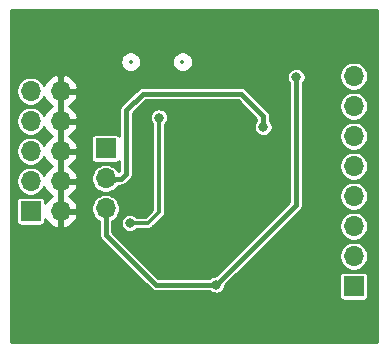
<source format=gbr>
G04 #@! TF.GenerationSoftware,KiCad,Pcbnew,5.1.5-52549c5~84~ubuntu18.04.1*
G04 #@! TF.CreationDate,2019-12-05T10:19:33+01:00*
G04 #@! TF.ProjectId,ch340-breakout,63683334-302d-4627-9265-616b6f75742e,rev?*
G04 #@! TF.SameCoordinates,Original*
G04 #@! TF.FileFunction,Copper,L2,Bot*
G04 #@! TF.FilePolarity,Positive*
%FSLAX46Y46*%
G04 Gerber Fmt 4.6, Leading zero omitted, Abs format (unit mm)*
G04 Created by KiCad (PCBNEW 5.1.5-52549c5~84~ubuntu18.04.1) date 2019-12-05 10:19:33*
%MOMM*%
%LPD*%
G04 APERTURE LIST*
%ADD10O,1.700000X1.700000*%
%ADD11R,1.700000X1.700000*%
%ADD12C,0.800000*%
%ADD13C,0.400000*%
%ADD14C,0.300000*%
%ADD15C,0.254000*%
%ADD16C,0.350000*%
G04 APERTURE END LIST*
D10*
X145288000Y-65709800D03*
X142748000Y-65709800D03*
X145288000Y-68249800D03*
X142748000Y-68249800D03*
X145288000Y-70789800D03*
X142748000Y-70789800D03*
X145288000Y-73329800D03*
X142748000Y-73329800D03*
X145288000Y-75869800D03*
D11*
X142748000Y-75869800D03*
D10*
X149098000Y-75641200D03*
X149098000Y-73101200D03*
D11*
X149098000Y-70561200D03*
D10*
X170103800Y-64439800D03*
X170103800Y-66979800D03*
X170103800Y-69519800D03*
X170103800Y-72059800D03*
X170103800Y-74599800D03*
X170103800Y-77139800D03*
X170103800Y-79679800D03*
D11*
X170103800Y-82219800D03*
D12*
X151181380Y-75760109D03*
X152374600Y-68859400D03*
X158470600Y-82092800D03*
X165252400Y-64516000D03*
X153606590Y-67953168D03*
X151155398Y-76885800D03*
X162458400Y-68732402D03*
D13*
X158470600Y-82092800D02*
X153339800Y-82092800D01*
X153339800Y-82092800D02*
X149098000Y-77851000D01*
X149098000Y-77851000D02*
X149098000Y-75107800D01*
X165252400Y-65081685D02*
X165252400Y-64516000D01*
X165252400Y-75311000D02*
X165252400Y-65081685D01*
X158470600Y-82092800D02*
X165252400Y-75311000D01*
D14*
X153606590Y-68518853D02*
X153606590Y-67953168D01*
X151155398Y-76885800D02*
X152679400Y-76885800D01*
X153606590Y-75958610D02*
X153606590Y-68518853D01*
X152679400Y-76885800D02*
X153606590Y-75958610D01*
D13*
X149936200Y-73126600D02*
X150368000Y-73126600D01*
X149796500Y-73266300D02*
X149936200Y-73126600D01*
X150825200Y-72694800D02*
X150825200Y-67335400D01*
X150393400Y-73126600D02*
X150825200Y-72694800D01*
X162458400Y-67792600D02*
X162458400Y-68021200D01*
X150825200Y-67335400D02*
X152247600Y-65913000D01*
X162458400Y-68021200D02*
X162458400Y-68732402D01*
X160578800Y-65913000D02*
X162458400Y-67792600D01*
X152247600Y-65913000D02*
X160578800Y-65913000D01*
D15*
G36*
X172094001Y-86960600D02*
G01*
X141074000Y-86960600D01*
X141074000Y-75019800D01*
X141515157Y-75019800D01*
X141515157Y-76719800D01*
X141522513Y-76794489D01*
X141544299Y-76866308D01*
X141579678Y-76932496D01*
X141627289Y-76990511D01*
X141685304Y-77038122D01*
X141751492Y-77073501D01*
X141823311Y-77095287D01*
X141898000Y-77102643D01*
X143598000Y-77102643D01*
X143672689Y-77095287D01*
X143744508Y-77073501D01*
X143810696Y-77038122D01*
X143868711Y-76990511D01*
X143916322Y-76932496D01*
X143951701Y-76866308D01*
X143973487Y-76794489D01*
X143980843Y-76719800D01*
X143980843Y-76562155D01*
X144016359Y-76636720D01*
X144190412Y-76870069D01*
X144406645Y-77064978D01*
X144656748Y-77213957D01*
X144931109Y-77311281D01*
X145161000Y-77190614D01*
X145161000Y-75996800D01*
X145415000Y-75996800D01*
X145415000Y-77190614D01*
X145644891Y-77311281D01*
X145919252Y-77213957D01*
X146169355Y-77064978D01*
X146385588Y-76870069D01*
X146559641Y-76636720D01*
X146684825Y-76373899D01*
X146729476Y-76226690D01*
X146608155Y-75996800D01*
X145415000Y-75996800D01*
X145161000Y-75996800D01*
X145141000Y-75996800D01*
X145141000Y-75742800D01*
X145161000Y-75742800D01*
X145161000Y-73456800D01*
X145415000Y-73456800D01*
X145415000Y-75742800D01*
X146608155Y-75742800D01*
X146725757Y-75519957D01*
X147867000Y-75519957D01*
X147867000Y-75762443D01*
X147914307Y-76000269D01*
X148007102Y-76224297D01*
X148141820Y-76425917D01*
X148313283Y-76597380D01*
X148514903Y-76732098D01*
X148517000Y-76732967D01*
X148517000Y-77822460D01*
X148514189Y-77851000D01*
X148517000Y-77879539D01*
X148525407Y-77964895D01*
X148558629Y-78074414D01*
X148612579Y-78175347D01*
X148685183Y-78263817D01*
X148707360Y-78282017D01*
X152908787Y-82483445D01*
X152926983Y-82505617D01*
X153015452Y-82578221D01*
X153116385Y-82632171D01*
X153225904Y-82665393D01*
X153339799Y-82676611D01*
X153368339Y-82673800D01*
X157947099Y-82673800D01*
X157972741Y-82699442D01*
X158100658Y-82784913D01*
X158242791Y-82843787D01*
X158393678Y-82873800D01*
X158547522Y-82873800D01*
X158698409Y-82843787D01*
X158840542Y-82784913D01*
X158968459Y-82699442D01*
X159077242Y-82590659D01*
X159162713Y-82462742D01*
X159221587Y-82320609D01*
X159251600Y-82169722D01*
X159251600Y-82133457D01*
X160015257Y-81369800D01*
X168870957Y-81369800D01*
X168870957Y-83069800D01*
X168878313Y-83144489D01*
X168900099Y-83216308D01*
X168935478Y-83282496D01*
X168983089Y-83340511D01*
X169041104Y-83388122D01*
X169107292Y-83423501D01*
X169179111Y-83445287D01*
X169253800Y-83452643D01*
X170953800Y-83452643D01*
X171028489Y-83445287D01*
X171100308Y-83423501D01*
X171166496Y-83388122D01*
X171224511Y-83340511D01*
X171272122Y-83282496D01*
X171307501Y-83216308D01*
X171329287Y-83144489D01*
X171336643Y-83069800D01*
X171336643Y-81369800D01*
X171329287Y-81295111D01*
X171307501Y-81223292D01*
X171272122Y-81157104D01*
X171224511Y-81099089D01*
X171166496Y-81051478D01*
X171100308Y-81016099D01*
X171028489Y-80994313D01*
X170953800Y-80986957D01*
X169253800Y-80986957D01*
X169179111Y-80994313D01*
X169107292Y-81016099D01*
X169041104Y-81051478D01*
X168983089Y-81099089D01*
X168935478Y-81157104D01*
X168900099Y-81223292D01*
X168878313Y-81295111D01*
X168870957Y-81369800D01*
X160015257Y-81369800D01*
X161826500Y-79558557D01*
X168872800Y-79558557D01*
X168872800Y-79801043D01*
X168920107Y-80038869D01*
X169012902Y-80262897D01*
X169147620Y-80464517D01*
X169319083Y-80635980D01*
X169520703Y-80770698D01*
X169744731Y-80863493D01*
X169982557Y-80910800D01*
X170225043Y-80910800D01*
X170462869Y-80863493D01*
X170686897Y-80770698D01*
X170888517Y-80635980D01*
X171059980Y-80464517D01*
X171194698Y-80262897D01*
X171287493Y-80038869D01*
X171334800Y-79801043D01*
X171334800Y-79558557D01*
X171287493Y-79320731D01*
X171194698Y-79096703D01*
X171059980Y-78895083D01*
X170888517Y-78723620D01*
X170686897Y-78588902D01*
X170462869Y-78496107D01*
X170225043Y-78448800D01*
X169982557Y-78448800D01*
X169744731Y-78496107D01*
X169520703Y-78588902D01*
X169319083Y-78723620D01*
X169147620Y-78895083D01*
X169012902Y-79096703D01*
X168920107Y-79320731D01*
X168872800Y-79558557D01*
X161826500Y-79558557D01*
X164366500Y-77018557D01*
X168872800Y-77018557D01*
X168872800Y-77261043D01*
X168920107Y-77498869D01*
X169012902Y-77722897D01*
X169147620Y-77924517D01*
X169319083Y-78095980D01*
X169520703Y-78230698D01*
X169744731Y-78323493D01*
X169982557Y-78370800D01*
X170225043Y-78370800D01*
X170462869Y-78323493D01*
X170686897Y-78230698D01*
X170888517Y-78095980D01*
X171059980Y-77924517D01*
X171194698Y-77722897D01*
X171287493Y-77498869D01*
X171334800Y-77261043D01*
X171334800Y-77018557D01*
X171287493Y-76780731D01*
X171194698Y-76556703D01*
X171059980Y-76355083D01*
X170888517Y-76183620D01*
X170686897Y-76048902D01*
X170462869Y-75956107D01*
X170225043Y-75908800D01*
X169982557Y-75908800D01*
X169744731Y-75956107D01*
X169520703Y-76048902D01*
X169319083Y-76183620D01*
X169147620Y-76355083D01*
X169012902Y-76556703D01*
X168920107Y-76780731D01*
X168872800Y-77018557D01*
X164366500Y-77018557D01*
X165643046Y-75742011D01*
X165665217Y-75723817D01*
X165737821Y-75635348D01*
X165791771Y-75534415D01*
X165824993Y-75424896D01*
X165833400Y-75339540D01*
X165833400Y-75339539D01*
X165836211Y-75311000D01*
X165833400Y-75282460D01*
X165833400Y-74478557D01*
X168872800Y-74478557D01*
X168872800Y-74721043D01*
X168920107Y-74958869D01*
X169012902Y-75182897D01*
X169147620Y-75384517D01*
X169319083Y-75555980D01*
X169520703Y-75690698D01*
X169744731Y-75783493D01*
X169982557Y-75830800D01*
X170225043Y-75830800D01*
X170462869Y-75783493D01*
X170686897Y-75690698D01*
X170888517Y-75555980D01*
X171059980Y-75384517D01*
X171194698Y-75182897D01*
X171287493Y-74958869D01*
X171334800Y-74721043D01*
X171334800Y-74478557D01*
X171287493Y-74240731D01*
X171194698Y-74016703D01*
X171059980Y-73815083D01*
X170888517Y-73643620D01*
X170686897Y-73508902D01*
X170462869Y-73416107D01*
X170225043Y-73368800D01*
X169982557Y-73368800D01*
X169744731Y-73416107D01*
X169520703Y-73508902D01*
X169319083Y-73643620D01*
X169147620Y-73815083D01*
X169012902Y-74016703D01*
X168920107Y-74240731D01*
X168872800Y-74478557D01*
X165833400Y-74478557D01*
X165833400Y-71938557D01*
X168872800Y-71938557D01*
X168872800Y-72181043D01*
X168920107Y-72418869D01*
X169012902Y-72642897D01*
X169147620Y-72844517D01*
X169319083Y-73015980D01*
X169520703Y-73150698D01*
X169744731Y-73243493D01*
X169982557Y-73290800D01*
X170225043Y-73290800D01*
X170462869Y-73243493D01*
X170686897Y-73150698D01*
X170888517Y-73015980D01*
X171059980Y-72844517D01*
X171194698Y-72642897D01*
X171287493Y-72418869D01*
X171334800Y-72181043D01*
X171334800Y-71938557D01*
X171287493Y-71700731D01*
X171194698Y-71476703D01*
X171059980Y-71275083D01*
X170888517Y-71103620D01*
X170686897Y-70968902D01*
X170462869Y-70876107D01*
X170225043Y-70828800D01*
X169982557Y-70828800D01*
X169744731Y-70876107D01*
X169520703Y-70968902D01*
X169319083Y-71103620D01*
X169147620Y-71275083D01*
X169012902Y-71476703D01*
X168920107Y-71700731D01*
X168872800Y-71938557D01*
X165833400Y-71938557D01*
X165833400Y-69398557D01*
X168872800Y-69398557D01*
X168872800Y-69641043D01*
X168920107Y-69878869D01*
X169012902Y-70102897D01*
X169147620Y-70304517D01*
X169319083Y-70475980D01*
X169520703Y-70610698D01*
X169744731Y-70703493D01*
X169982557Y-70750800D01*
X170225043Y-70750800D01*
X170462869Y-70703493D01*
X170686897Y-70610698D01*
X170888517Y-70475980D01*
X171059980Y-70304517D01*
X171194698Y-70102897D01*
X171287493Y-69878869D01*
X171334800Y-69641043D01*
X171334800Y-69398557D01*
X171287493Y-69160731D01*
X171194698Y-68936703D01*
X171059980Y-68735083D01*
X170888517Y-68563620D01*
X170686897Y-68428902D01*
X170462869Y-68336107D01*
X170225043Y-68288800D01*
X169982557Y-68288800D01*
X169744731Y-68336107D01*
X169520703Y-68428902D01*
X169319083Y-68563620D01*
X169147620Y-68735083D01*
X169012902Y-68936703D01*
X168920107Y-69160731D01*
X168872800Y-69398557D01*
X165833400Y-69398557D01*
X165833400Y-66858557D01*
X168872800Y-66858557D01*
X168872800Y-67101043D01*
X168920107Y-67338869D01*
X169012902Y-67562897D01*
X169147620Y-67764517D01*
X169319083Y-67935980D01*
X169520703Y-68070698D01*
X169744731Y-68163493D01*
X169982557Y-68210800D01*
X170225043Y-68210800D01*
X170462869Y-68163493D01*
X170686897Y-68070698D01*
X170888517Y-67935980D01*
X171059980Y-67764517D01*
X171194698Y-67562897D01*
X171287493Y-67338869D01*
X171334800Y-67101043D01*
X171334800Y-66858557D01*
X171287493Y-66620731D01*
X171194698Y-66396703D01*
X171059980Y-66195083D01*
X170888517Y-66023620D01*
X170686897Y-65888902D01*
X170462869Y-65796107D01*
X170225043Y-65748800D01*
X169982557Y-65748800D01*
X169744731Y-65796107D01*
X169520703Y-65888902D01*
X169319083Y-66023620D01*
X169147620Y-66195083D01*
X169012902Y-66396703D01*
X168920107Y-66620731D01*
X168872800Y-66858557D01*
X165833400Y-66858557D01*
X165833400Y-65039501D01*
X165859042Y-65013859D01*
X165944513Y-64885942D01*
X166003387Y-64743809D01*
X166033400Y-64592922D01*
X166033400Y-64439078D01*
X166009428Y-64318557D01*
X168872800Y-64318557D01*
X168872800Y-64561043D01*
X168920107Y-64798869D01*
X169012902Y-65022897D01*
X169147620Y-65224517D01*
X169319083Y-65395980D01*
X169520703Y-65530698D01*
X169744731Y-65623493D01*
X169982557Y-65670800D01*
X170225043Y-65670800D01*
X170462869Y-65623493D01*
X170686897Y-65530698D01*
X170888517Y-65395980D01*
X171059980Y-65224517D01*
X171194698Y-65022897D01*
X171287493Y-64798869D01*
X171334800Y-64561043D01*
X171334800Y-64318557D01*
X171287493Y-64080731D01*
X171194698Y-63856703D01*
X171059980Y-63655083D01*
X170888517Y-63483620D01*
X170686897Y-63348902D01*
X170462869Y-63256107D01*
X170225043Y-63208800D01*
X169982557Y-63208800D01*
X169744731Y-63256107D01*
X169520703Y-63348902D01*
X169319083Y-63483620D01*
X169147620Y-63655083D01*
X169012902Y-63856703D01*
X168920107Y-64080731D01*
X168872800Y-64318557D01*
X166009428Y-64318557D01*
X166003387Y-64288191D01*
X165944513Y-64146058D01*
X165859042Y-64018141D01*
X165750259Y-63909358D01*
X165622342Y-63823887D01*
X165480209Y-63765013D01*
X165329322Y-63735000D01*
X165175478Y-63735000D01*
X165024591Y-63765013D01*
X164882458Y-63823887D01*
X164754541Y-63909358D01*
X164645758Y-64018141D01*
X164560287Y-64146058D01*
X164501413Y-64288191D01*
X164471400Y-64439078D01*
X164471400Y-64592922D01*
X164501413Y-64743809D01*
X164560287Y-64885942D01*
X164645758Y-65013859D01*
X164671400Y-65039501D01*
X164671400Y-65110224D01*
X164671401Y-65110234D01*
X164671400Y-75070342D01*
X158429943Y-81311800D01*
X158393678Y-81311800D01*
X158242791Y-81341813D01*
X158100658Y-81400687D01*
X157972741Y-81486158D01*
X157947099Y-81511800D01*
X153580458Y-81511800D01*
X149679000Y-77610343D01*
X149679000Y-76808878D01*
X150374398Y-76808878D01*
X150374398Y-76962722D01*
X150404411Y-77113609D01*
X150463285Y-77255742D01*
X150548756Y-77383659D01*
X150657539Y-77492442D01*
X150785456Y-77577913D01*
X150927589Y-77636787D01*
X151078476Y-77666800D01*
X151232320Y-77666800D01*
X151383207Y-77636787D01*
X151525340Y-77577913D01*
X151653257Y-77492442D01*
X151728899Y-77416800D01*
X152653326Y-77416800D01*
X152679400Y-77419368D01*
X152705474Y-77416800D01*
X152705484Y-77416800D01*
X152783494Y-77409117D01*
X152883588Y-77378753D01*
X152975835Y-77329446D01*
X153056690Y-77263090D01*
X153073321Y-77242825D01*
X153963625Y-76352523D01*
X153983880Y-76335900D01*
X154000502Y-76315646D01*
X154000508Y-76315640D01*
X154050236Y-76255046D01*
X154099543Y-76162798D01*
X154108032Y-76134813D01*
X154129907Y-76062704D01*
X154137590Y-75984694D01*
X154137590Y-75984684D01*
X154140158Y-75958610D01*
X154137590Y-75932536D01*
X154137590Y-68526669D01*
X154213232Y-68451027D01*
X154298703Y-68323110D01*
X154357577Y-68180977D01*
X154387590Y-68030090D01*
X154387590Y-67876246D01*
X154357577Y-67725359D01*
X154298703Y-67583226D01*
X154213232Y-67455309D01*
X154104449Y-67346526D01*
X153976532Y-67261055D01*
X153834399Y-67202181D01*
X153683512Y-67172168D01*
X153529668Y-67172168D01*
X153378781Y-67202181D01*
X153236648Y-67261055D01*
X153108731Y-67346526D01*
X152999948Y-67455309D01*
X152914477Y-67583226D01*
X152855603Y-67725359D01*
X152825590Y-67876246D01*
X152825590Y-68030090D01*
X152855603Y-68180977D01*
X152914477Y-68323110D01*
X152999948Y-68451027D01*
X153075590Y-68526669D01*
X153075590Y-68544936D01*
X153075591Y-68544946D01*
X153075590Y-75738662D01*
X152459454Y-76354800D01*
X151728899Y-76354800D01*
X151653257Y-76279158D01*
X151525340Y-76193687D01*
X151383207Y-76134813D01*
X151232320Y-76104800D01*
X151078476Y-76104800D01*
X150927589Y-76134813D01*
X150785456Y-76193687D01*
X150657539Y-76279158D01*
X150548756Y-76387941D01*
X150463285Y-76515858D01*
X150404411Y-76657991D01*
X150374398Y-76808878D01*
X149679000Y-76808878D01*
X149679000Y-76732967D01*
X149681097Y-76732098D01*
X149882717Y-76597380D01*
X150054180Y-76425917D01*
X150188898Y-76224297D01*
X150281693Y-76000269D01*
X150329000Y-75762443D01*
X150329000Y-75519957D01*
X150281693Y-75282131D01*
X150188898Y-75058103D01*
X150054180Y-74856483D01*
X149882717Y-74685020D01*
X149681097Y-74550302D01*
X149457069Y-74457507D01*
X149219243Y-74410200D01*
X148976757Y-74410200D01*
X148738931Y-74457507D01*
X148514903Y-74550302D01*
X148313283Y-74685020D01*
X148141820Y-74856483D01*
X148007102Y-75058103D01*
X147914307Y-75282131D01*
X147867000Y-75519957D01*
X146725757Y-75519957D01*
X146729476Y-75512910D01*
X146684825Y-75365701D01*
X146559641Y-75102880D01*
X146385588Y-74869531D01*
X146169355Y-74674622D01*
X146043745Y-74599800D01*
X146169355Y-74524978D01*
X146385588Y-74330069D01*
X146559641Y-74096720D01*
X146684825Y-73833899D01*
X146729476Y-73686690D01*
X146608155Y-73456800D01*
X145415000Y-73456800D01*
X145161000Y-73456800D01*
X145141000Y-73456800D01*
X145141000Y-73202800D01*
X145161000Y-73202800D01*
X145161000Y-70916800D01*
X145415000Y-70916800D01*
X145415000Y-73202800D01*
X146608155Y-73202800D01*
X146729476Y-72972910D01*
X146684825Y-72825701D01*
X146559641Y-72562880D01*
X146385588Y-72329531D01*
X146169355Y-72134622D01*
X146043745Y-72059800D01*
X146169355Y-71984978D01*
X146385588Y-71790069D01*
X146559641Y-71556720D01*
X146684825Y-71293899D01*
X146729476Y-71146690D01*
X146608155Y-70916800D01*
X145415000Y-70916800D01*
X145161000Y-70916800D01*
X145141000Y-70916800D01*
X145141000Y-70662800D01*
X145161000Y-70662800D01*
X145161000Y-68376800D01*
X145415000Y-68376800D01*
X145415000Y-70662800D01*
X146608155Y-70662800D01*
X146729476Y-70432910D01*
X146684825Y-70285701D01*
X146559641Y-70022880D01*
X146385588Y-69789531D01*
X146298688Y-69711200D01*
X147865157Y-69711200D01*
X147865157Y-71411200D01*
X147872513Y-71485889D01*
X147894299Y-71557708D01*
X147929678Y-71623896D01*
X147977289Y-71681911D01*
X148035304Y-71729522D01*
X148101492Y-71764901D01*
X148173311Y-71786687D01*
X148248000Y-71794043D01*
X149948000Y-71794043D01*
X150022689Y-71786687D01*
X150094508Y-71764901D01*
X150160696Y-71729522D01*
X150218711Y-71681911D01*
X150244200Y-71650852D01*
X150244200Y-72454142D01*
X150185430Y-72512913D01*
X150054180Y-72316483D01*
X149882717Y-72145020D01*
X149681097Y-72010302D01*
X149457069Y-71917507D01*
X149219243Y-71870200D01*
X148976757Y-71870200D01*
X148738931Y-71917507D01*
X148514903Y-72010302D01*
X148313283Y-72145020D01*
X148141820Y-72316483D01*
X148007102Y-72518103D01*
X147914307Y-72742131D01*
X147867000Y-72979957D01*
X147867000Y-73222443D01*
X147914307Y-73460269D01*
X148007102Y-73684297D01*
X148141820Y-73885917D01*
X148313283Y-74057380D01*
X148514903Y-74192098D01*
X148738931Y-74284893D01*
X148976757Y-74332200D01*
X149219243Y-74332200D01*
X149457069Y-74284893D01*
X149681097Y-74192098D01*
X149882717Y-74057380D01*
X150054180Y-73885917D01*
X150171772Y-73709928D01*
X150174608Y-73707600D01*
X150364860Y-73707600D01*
X150393400Y-73710411D01*
X150507295Y-73699193D01*
X150616814Y-73665971D01*
X150717747Y-73612021D01*
X150784048Y-73557609D01*
X151215846Y-73125812D01*
X151238017Y-73107617D01*
X151310621Y-73019148D01*
X151364571Y-72918215D01*
X151397793Y-72808696D01*
X151406200Y-72723340D01*
X151406200Y-72723338D01*
X151409011Y-72694801D01*
X151406200Y-72666264D01*
X151406200Y-67576057D01*
X152488258Y-66494000D01*
X160338143Y-66494000D01*
X161877400Y-68033259D01*
X161877400Y-68208901D01*
X161851758Y-68234543D01*
X161766287Y-68362460D01*
X161707413Y-68504593D01*
X161677400Y-68655480D01*
X161677400Y-68809324D01*
X161707413Y-68960211D01*
X161766287Y-69102344D01*
X161851758Y-69230261D01*
X161960541Y-69339044D01*
X162088458Y-69424515D01*
X162230591Y-69483389D01*
X162381478Y-69513402D01*
X162535322Y-69513402D01*
X162686209Y-69483389D01*
X162828342Y-69424515D01*
X162956259Y-69339044D01*
X163065042Y-69230261D01*
X163150513Y-69102344D01*
X163209387Y-68960211D01*
X163239400Y-68809324D01*
X163239400Y-68655480D01*
X163209387Y-68504593D01*
X163150513Y-68362460D01*
X163065042Y-68234543D01*
X163039400Y-68208901D01*
X163039400Y-67821140D01*
X163042211Y-67792600D01*
X163030993Y-67678704D01*
X162997771Y-67569185D01*
X162943821Y-67468252D01*
X162889410Y-67401951D01*
X162889408Y-67401949D01*
X162871217Y-67379783D01*
X162849052Y-67361593D01*
X161009817Y-65522360D01*
X160991617Y-65500183D01*
X160903148Y-65427579D01*
X160802215Y-65373629D01*
X160692696Y-65340407D01*
X160607340Y-65332000D01*
X160578800Y-65329189D01*
X160550260Y-65332000D01*
X152276136Y-65332000D01*
X152247599Y-65329189D01*
X152219062Y-65332000D01*
X152219060Y-65332000D01*
X152133704Y-65340407D01*
X152024185Y-65373629D01*
X151923252Y-65427579D01*
X151834783Y-65500183D01*
X151816587Y-65522355D01*
X150434555Y-66904388D01*
X150412384Y-66922583D01*
X150394191Y-66944752D01*
X150339779Y-67011053D01*
X150285829Y-67111986D01*
X150252607Y-67221505D01*
X150241389Y-67335400D01*
X150244201Y-67363950D01*
X150244201Y-69471549D01*
X150218711Y-69440489D01*
X150160696Y-69392878D01*
X150094508Y-69357499D01*
X150022689Y-69335713D01*
X149948000Y-69328357D01*
X148248000Y-69328357D01*
X148173311Y-69335713D01*
X148101492Y-69357499D01*
X148035304Y-69392878D01*
X147977289Y-69440489D01*
X147929678Y-69498504D01*
X147894299Y-69564692D01*
X147872513Y-69636511D01*
X147865157Y-69711200D01*
X146298688Y-69711200D01*
X146169355Y-69594622D01*
X146043745Y-69519800D01*
X146169355Y-69444978D01*
X146385588Y-69250069D01*
X146559641Y-69016720D01*
X146684825Y-68753899D01*
X146729476Y-68606690D01*
X146608155Y-68376800D01*
X145415000Y-68376800D01*
X145161000Y-68376800D01*
X145141000Y-68376800D01*
X145141000Y-68122800D01*
X145161000Y-68122800D01*
X145161000Y-65836800D01*
X145415000Y-65836800D01*
X145415000Y-68122800D01*
X146608155Y-68122800D01*
X146729476Y-67892910D01*
X146684825Y-67745701D01*
X146559641Y-67482880D01*
X146385588Y-67249531D01*
X146169355Y-67054622D01*
X146043745Y-66979800D01*
X146169355Y-66904978D01*
X146385588Y-66710069D01*
X146559641Y-66476720D01*
X146684825Y-66213899D01*
X146729476Y-66066690D01*
X146608155Y-65836800D01*
X145415000Y-65836800D01*
X145161000Y-65836800D01*
X145141000Y-65836800D01*
X145141000Y-65582800D01*
X145161000Y-65582800D01*
X145161000Y-64388986D01*
X145415000Y-64388986D01*
X145415000Y-65582800D01*
X146608155Y-65582800D01*
X146729476Y-65352910D01*
X146684825Y-65205701D01*
X146559641Y-64942880D01*
X146385588Y-64709531D01*
X146169355Y-64514622D01*
X145919252Y-64365643D01*
X145644891Y-64268319D01*
X145415000Y-64388986D01*
X145161000Y-64388986D01*
X144931109Y-64268319D01*
X144656748Y-64365643D01*
X144406645Y-64514622D01*
X144190412Y-64709531D01*
X144016359Y-64942880D01*
X143891175Y-65205701D01*
X143882909Y-65232954D01*
X143838898Y-65126703D01*
X143704180Y-64925083D01*
X143532717Y-64753620D01*
X143331097Y-64618902D01*
X143107069Y-64526107D01*
X142869243Y-64478800D01*
X142626757Y-64478800D01*
X142388931Y-64526107D01*
X142164903Y-64618902D01*
X141963283Y-64753620D01*
X141791820Y-64925083D01*
X141657102Y-65126703D01*
X141564307Y-65350731D01*
X141517000Y-65588557D01*
X141517000Y-65831043D01*
X141564307Y-66068869D01*
X141657102Y-66292897D01*
X141791820Y-66494517D01*
X141963283Y-66665980D01*
X142164903Y-66800698D01*
X142388931Y-66893493D01*
X142626757Y-66940800D01*
X142869243Y-66940800D01*
X143107069Y-66893493D01*
X143331097Y-66800698D01*
X143532717Y-66665980D01*
X143704180Y-66494517D01*
X143838898Y-66292897D01*
X143882909Y-66186646D01*
X143891175Y-66213899D01*
X144016359Y-66476720D01*
X144190412Y-66710069D01*
X144406645Y-66904978D01*
X144532255Y-66979800D01*
X144406645Y-67054622D01*
X144190412Y-67249531D01*
X144016359Y-67482880D01*
X143891175Y-67745701D01*
X143882909Y-67772954D01*
X143838898Y-67666703D01*
X143704180Y-67465083D01*
X143532717Y-67293620D01*
X143331097Y-67158902D01*
X143107069Y-67066107D01*
X142869243Y-67018800D01*
X142626757Y-67018800D01*
X142388931Y-67066107D01*
X142164903Y-67158902D01*
X141963283Y-67293620D01*
X141791820Y-67465083D01*
X141657102Y-67666703D01*
X141564307Y-67890731D01*
X141517000Y-68128557D01*
X141517000Y-68371043D01*
X141564307Y-68608869D01*
X141657102Y-68832897D01*
X141791820Y-69034517D01*
X141963283Y-69205980D01*
X142164903Y-69340698D01*
X142388931Y-69433493D01*
X142626757Y-69480800D01*
X142869243Y-69480800D01*
X143107069Y-69433493D01*
X143331097Y-69340698D01*
X143532717Y-69205980D01*
X143704180Y-69034517D01*
X143838898Y-68832897D01*
X143882909Y-68726646D01*
X143891175Y-68753899D01*
X144016359Y-69016720D01*
X144190412Y-69250069D01*
X144406645Y-69444978D01*
X144532255Y-69519800D01*
X144406645Y-69594622D01*
X144190412Y-69789531D01*
X144016359Y-70022880D01*
X143891175Y-70285701D01*
X143882909Y-70312954D01*
X143838898Y-70206703D01*
X143704180Y-70005083D01*
X143532717Y-69833620D01*
X143331097Y-69698902D01*
X143107069Y-69606107D01*
X142869243Y-69558800D01*
X142626757Y-69558800D01*
X142388931Y-69606107D01*
X142164903Y-69698902D01*
X141963283Y-69833620D01*
X141791820Y-70005083D01*
X141657102Y-70206703D01*
X141564307Y-70430731D01*
X141517000Y-70668557D01*
X141517000Y-70911043D01*
X141564307Y-71148869D01*
X141657102Y-71372897D01*
X141791820Y-71574517D01*
X141963283Y-71745980D01*
X142164903Y-71880698D01*
X142388931Y-71973493D01*
X142626757Y-72020800D01*
X142869243Y-72020800D01*
X143107069Y-71973493D01*
X143331097Y-71880698D01*
X143532717Y-71745980D01*
X143704180Y-71574517D01*
X143838898Y-71372897D01*
X143882909Y-71266646D01*
X143891175Y-71293899D01*
X144016359Y-71556720D01*
X144190412Y-71790069D01*
X144406645Y-71984978D01*
X144532255Y-72059800D01*
X144406645Y-72134622D01*
X144190412Y-72329531D01*
X144016359Y-72562880D01*
X143891175Y-72825701D01*
X143882909Y-72852954D01*
X143838898Y-72746703D01*
X143704180Y-72545083D01*
X143532717Y-72373620D01*
X143331097Y-72238902D01*
X143107069Y-72146107D01*
X142869243Y-72098800D01*
X142626757Y-72098800D01*
X142388931Y-72146107D01*
X142164903Y-72238902D01*
X141963283Y-72373620D01*
X141791820Y-72545083D01*
X141657102Y-72746703D01*
X141564307Y-72970731D01*
X141517000Y-73208557D01*
X141517000Y-73451043D01*
X141564307Y-73688869D01*
X141657102Y-73912897D01*
X141791820Y-74114517D01*
X141963283Y-74285980D01*
X142164903Y-74420698D01*
X142388931Y-74513493D01*
X142626757Y-74560800D01*
X142869243Y-74560800D01*
X143107069Y-74513493D01*
X143331097Y-74420698D01*
X143532717Y-74285980D01*
X143704180Y-74114517D01*
X143838898Y-73912897D01*
X143882909Y-73806646D01*
X143891175Y-73833899D01*
X144016359Y-74096720D01*
X144190412Y-74330069D01*
X144406645Y-74524978D01*
X144532255Y-74599800D01*
X144406645Y-74674622D01*
X144190412Y-74869531D01*
X144016359Y-75102880D01*
X143980843Y-75177445D01*
X143980843Y-75019800D01*
X143973487Y-74945111D01*
X143951701Y-74873292D01*
X143916322Y-74807104D01*
X143868711Y-74749089D01*
X143810696Y-74701478D01*
X143744508Y-74666099D01*
X143672689Y-74644313D01*
X143598000Y-74636957D01*
X141898000Y-74636957D01*
X141823311Y-74644313D01*
X141751492Y-74666099D01*
X141685304Y-74701478D01*
X141627289Y-74749089D01*
X141579678Y-74807104D01*
X141544299Y-74873292D01*
X141522513Y-74945111D01*
X141515157Y-75019800D01*
X141074000Y-75019800D01*
X141074000Y-63133829D01*
X150335000Y-63133829D01*
X150335000Y-63307371D01*
X150368856Y-63477578D01*
X150435268Y-63637910D01*
X150531682Y-63782205D01*
X150654395Y-63904918D01*
X150798690Y-64001332D01*
X150959022Y-64067744D01*
X151129229Y-64101600D01*
X151302771Y-64101600D01*
X151472978Y-64067744D01*
X151633310Y-64001332D01*
X151777605Y-63904918D01*
X151900318Y-63782205D01*
X151996732Y-63637910D01*
X152063144Y-63477578D01*
X152097000Y-63307371D01*
X152097000Y-63133829D01*
X154735000Y-63133829D01*
X154735000Y-63307371D01*
X154768856Y-63477578D01*
X154835268Y-63637910D01*
X154931682Y-63782205D01*
X155054395Y-63904918D01*
X155198690Y-64001332D01*
X155359022Y-64067744D01*
X155529229Y-64101600D01*
X155702771Y-64101600D01*
X155872978Y-64067744D01*
X156033310Y-64001332D01*
X156177605Y-63904918D01*
X156300318Y-63782205D01*
X156396732Y-63637910D01*
X156463144Y-63477578D01*
X156497000Y-63307371D01*
X156497000Y-63133829D01*
X156463144Y-62963622D01*
X156396732Y-62803290D01*
X156300318Y-62658995D01*
X156177605Y-62536282D01*
X156033310Y-62439868D01*
X155872978Y-62373456D01*
X155702771Y-62339600D01*
X155529229Y-62339600D01*
X155359022Y-62373456D01*
X155198690Y-62439868D01*
X155054395Y-62536282D01*
X154931682Y-62658995D01*
X154835268Y-62803290D01*
X154768856Y-62963622D01*
X154735000Y-63133829D01*
X152097000Y-63133829D01*
X152063144Y-62963622D01*
X151996732Y-62803290D01*
X151900318Y-62658995D01*
X151777605Y-62536282D01*
X151633310Y-62439868D01*
X151472978Y-62373456D01*
X151302771Y-62339600D01*
X151129229Y-62339600D01*
X150959022Y-62373456D01*
X150798690Y-62439868D01*
X150654395Y-62536282D01*
X150531682Y-62658995D01*
X150435268Y-62803290D01*
X150368856Y-62963622D01*
X150335000Y-63133829D01*
X141074000Y-63133829D01*
X141074000Y-58826000D01*
X172094000Y-58826000D01*
X172094001Y-86960600D01*
G37*
X172094001Y-86960600D02*
X141074000Y-86960600D01*
X141074000Y-75019800D01*
X141515157Y-75019800D01*
X141515157Y-76719800D01*
X141522513Y-76794489D01*
X141544299Y-76866308D01*
X141579678Y-76932496D01*
X141627289Y-76990511D01*
X141685304Y-77038122D01*
X141751492Y-77073501D01*
X141823311Y-77095287D01*
X141898000Y-77102643D01*
X143598000Y-77102643D01*
X143672689Y-77095287D01*
X143744508Y-77073501D01*
X143810696Y-77038122D01*
X143868711Y-76990511D01*
X143916322Y-76932496D01*
X143951701Y-76866308D01*
X143973487Y-76794489D01*
X143980843Y-76719800D01*
X143980843Y-76562155D01*
X144016359Y-76636720D01*
X144190412Y-76870069D01*
X144406645Y-77064978D01*
X144656748Y-77213957D01*
X144931109Y-77311281D01*
X145161000Y-77190614D01*
X145161000Y-75996800D01*
X145415000Y-75996800D01*
X145415000Y-77190614D01*
X145644891Y-77311281D01*
X145919252Y-77213957D01*
X146169355Y-77064978D01*
X146385588Y-76870069D01*
X146559641Y-76636720D01*
X146684825Y-76373899D01*
X146729476Y-76226690D01*
X146608155Y-75996800D01*
X145415000Y-75996800D01*
X145161000Y-75996800D01*
X145141000Y-75996800D01*
X145141000Y-75742800D01*
X145161000Y-75742800D01*
X145161000Y-73456800D01*
X145415000Y-73456800D01*
X145415000Y-75742800D01*
X146608155Y-75742800D01*
X146725757Y-75519957D01*
X147867000Y-75519957D01*
X147867000Y-75762443D01*
X147914307Y-76000269D01*
X148007102Y-76224297D01*
X148141820Y-76425917D01*
X148313283Y-76597380D01*
X148514903Y-76732098D01*
X148517000Y-76732967D01*
X148517000Y-77822460D01*
X148514189Y-77851000D01*
X148517000Y-77879539D01*
X148525407Y-77964895D01*
X148558629Y-78074414D01*
X148612579Y-78175347D01*
X148685183Y-78263817D01*
X148707360Y-78282017D01*
X152908787Y-82483445D01*
X152926983Y-82505617D01*
X153015452Y-82578221D01*
X153116385Y-82632171D01*
X153225904Y-82665393D01*
X153339799Y-82676611D01*
X153368339Y-82673800D01*
X157947099Y-82673800D01*
X157972741Y-82699442D01*
X158100658Y-82784913D01*
X158242791Y-82843787D01*
X158393678Y-82873800D01*
X158547522Y-82873800D01*
X158698409Y-82843787D01*
X158840542Y-82784913D01*
X158968459Y-82699442D01*
X159077242Y-82590659D01*
X159162713Y-82462742D01*
X159221587Y-82320609D01*
X159251600Y-82169722D01*
X159251600Y-82133457D01*
X160015257Y-81369800D01*
X168870957Y-81369800D01*
X168870957Y-83069800D01*
X168878313Y-83144489D01*
X168900099Y-83216308D01*
X168935478Y-83282496D01*
X168983089Y-83340511D01*
X169041104Y-83388122D01*
X169107292Y-83423501D01*
X169179111Y-83445287D01*
X169253800Y-83452643D01*
X170953800Y-83452643D01*
X171028489Y-83445287D01*
X171100308Y-83423501D01*
X171166496Y-83388122D01*
X171224511Y-83340511D01*
X171272122Y-83282496D01*
X171307501Y-83216308D01*
X171329287Y-83144489D01*
X171336643Y-83069800D01*
X171336643Y-81369800D01*
X171329287Y-81295111D01*
X171307501Y-81223292D01*
X171272122Y-81157104D01*
X171224511Y-81099089D01*
X171166496Y-81051478D01*
X171100308Y-81016099D01*
X171028489Y-80994313D01*
X170953800Y-80986957D01*
X169253800Y-80986957D01*
X169179111Y-80994313D01*
X169107292Y-81016099D01*
X169041104Y-81051478D01*
X168983089Y-81099089D01*
X168935478Y-81157104D01*
X168900099Y-81223292D01*
X168878313Y-81295111D01*
X168870957Y-81369800D01*
X160015257Y-81369800D01*
X161826500Y-79558557D01*
X168872800Y-79558557D01*
X168872800Y-79801043D01*
X168920107Y-80038869D01*
X169012902Y-80262897D01*
X169147620Y-80464517D01*
X169319083Y-80635980D01*
X169520703Y-80770698D01*
X169744731Y-80863493D01*
X169982557Y-80910800D01*
X170225043Y-80910800D01*
X170462869Y-80863493D01*
X170686897Y-80770698D01*
X170888517Y-80635980D01*
X171059980Y-80464517D01*
X171194698Y-80262897D01*
X171287493Y-80038869D01*
X171334800Y-79801043D01*
X171334800Y-79558557D01*
X171287493Y-79320731D01*
X171194698Y-79096703D01*
X171059980Y-78895083D01*
X170888517Y-78723620D01*
X170686897Y-78588902D01*
X170462869Y-78496107D01*
X170225043Y-78448800D01*
X169982557Y-78448800D01*
X169744731Y-78496107D01*
X169520703Y-78588902D01*
X169319083Y-78723620D01*
X169147620Y-78895083D01*
X169012902Y-79096703D01*
X168920107Y-79320731D01*
X168872800Y-79558557D01*
X161826500Y-79558557D01*
X164366500Y-77018557D01*
X168872800Y-77018557D01*
X168872800Y-77261043D01*
X168920107Y-77498869D01*
X169012902Y-77722897D01*
X169147620Y-77924517D01*
X169319083Y-78095980D01*
X169520703Y-78230698D01*
X169744731Y-78323493D01*
X169982557Y-78370800D01*
X170225043Y-78370800D01*
X170462869Y-78323493D01*
X170686897Y-78230698D01*
X170888517Y-78095980D01*
X171059980Y-77924517D01*
X171194698Y-77722897D01*
X171287493Y-77498869D01*
X171334800Y-77261043D01*
X171334800Y-77018557D01*
X171287493Y-76780731D01*
X171194698Y-76556703D01*
X171059980Y-76355083D01*
X170888517Y-76183620D01*
X170686897Y-76048902D01*
X170462869Y-75956107D01*
X170225043Y-75908800D01*
X169982557Y-75908800D01*
X169744731Y-75956107D01*
X169520703Y-76048902D01*
X169319083Y-76183620D01*
X169147620Y-76355083D01*
X169012902Y-76556703D01*
X168920107Y-76780731D01*
X168872800Y-77018557D01*
X164366500Y-77018557D01*
X165643046Y-75742011D01*
X165665217Y-75723817D01*
X165737821Y-75635348D01*
X165791771Y-75534415D01*
X165824993Y-75424896D01*
X165833400Y-75339540D01*
X165833400Y-75339539D01*
X165836211Y-75311000D01*
X165833400Y-75282460D01*
X165833400Y-74478557D01*
X168872800Y-74478557D01*
X168872800Y-74721043D01*
X168920107Y-74958869D01*
X169012902Y-75182897D01*
X169147620Y-75384517D01*
X169319083Y-75555980D01*
X169520703Y-75690698D01*
X169744731Y-75783493D01*
X169982557Y-75830800D01*
X170225043Y-75830800D01*
X170462869Y-75783493D01*
X170686897Y-75690698D01*
X170888517Y-75555980D01*
X171059980Y-75384517D01*
X171194698Y-75182897D01*
X171287493Y-74958869D01*
X171334800Y-74721043D01*
X171334800Y-74478557D01*
X171287493Y-74240731D01*
X171194698Y-74016703D01*
X171059980Y-73815083D01*
X170888517Y-73643620D01*
X170686897Y-73508902D01*
X170462869Y-73416107D01*
X170225043Y-73368800D01*
X169982557Y-73368800D01*
X169744731Y-73416107D01*
X169520703Y-73508902D01*
X169319083Y-73643620D01*
X169147620Y-73815083D01*
X169012902Y-74016703D01*
X168920107Y-74240731D01*
X168872800Y-74478557D01*
X165833400Y-74478557D01*
X165833400Y-71938557D01*
X168872800Y-71938557D01*
X168872800Y-72181043D01*
X168920107Y-72418869D01*
X169012902Y-72642897D01*
X169147620Y-72844517D01*
X169319083Y-73015980D01*
X169520703Y-73150698D01*
X169744731Y-73243493D01*
X169982557Y-73290800D01*
X170225043Y-73290800D01*
X170462869Y-73243493D01*
X170686897Y-73150698D01*
X170888517Y-73015980D01*
X171059980Y-72844517D01*
X171194698Y-72642897D01*
X171287493Y-72418869D01*
X171334800Y-72181043D01*
X171334800Y-71938557D01*
X171287493Y-71700731D01*
X171194698Y-71476703D01*
X171059980Y-71275083D01*
X170888517Y-71103620D01*
X170686897Y-70968902D01*
X170462869Y-70876107D01*
X170225043Y-70828800D01*
X169982557Y-70828800D01*
X169744731Y-70876107D01*
X169520703Y-70968902D01*
X169319083Y-71103620D01*
X169147620Y-71275083D01*
X169012902Y-71476703D01*
X168920107Y-71700731D01*
X168872800Y-71938557D01*
X165833400Y-71938557D01*
X165833400Y-69398557D01*
X168872800Y-69398557D01*
X168872800Y-69641043D01*
X168920107Y-69878869D01*
X169012902Y-70102897D01*
X169147620Y-70304517D01*
X169319083Y-70475980D01*
X169520703Y-70610698D01*
X169744731Y-70703493D01*
X169982557Y-70750800D01*
X170225043Y-70750800D01*
X170462869Y-70703493D01*
X170686897Y-70610698D01*
X170888517Y-70475980D01*
X171059980Y-70304517D01*
X171194698Y-70102897D01*
X171287493Y-69878869D01*
X171334800Y-69641043D01*
X171334800Y-69398557D01*
X171287493Y-69160731D01*
X171194698Y-68936703D01*
X171059980Y-68735083D01*
X170888517Y-68563620D01*
X170686897Y-68428902D01*
X170462869Y-68336107D01*
X170225043Y-68288800D01*
X169982557Y-68288800D01*
X169744731Y-68336107D01*
X169520703Y-68428902D01*
X169319083Y-68563620D01*
X169147620Y-68735083D01*
X169012902Y-68936703D01*
X168920107Y-69160731D01*
X168872800Y-69398557D01*
X165833400Y-69398557D01*
X165833400Y-66858557D01*
X168872800Y-66858557D01*
X168872800Y-67101043D01*
X168920107Y-67338869D01*
X169012902Y-67562897D01*
X169147620Y-67764517D01*
X169319083Y-67935980D01*
X169520703Y-68070698D01*
X169744731Y-68163493D01*
X169982557Y-68210800D01*
X170225043Y-68210800D01*
X170462869Y-68163493D01*
X170686897Y-68070698D01*
X170888517Y-67935980D01*
X171059980Y-67764517D01*
X171194698Y-67562897D01*
X171287493Y-67338869D01*
X171334800Y-67101043D01*
X171334800Y-66858557D01*
X171287493Y-66620731D01*
X171194698Y-66396703D01*
X171059980Y-66195083D01*
X170888517Y-66023620D01*
X170686897Y-65888902D01*
X170462869Y-65796107D01*
X170225043Y-65748800D01*
X169982557Y-65748800D01*
X169744731Y-65796107D01*
X169520703Y-65888902D01*
X169319083Y-66023620D01*
X169147620Y-66195083D01*
X169012902Y-66396703D01*
X168920107Y-66620731D01*
X168872800Y-66858557D01*
X165833400Y-66858557D01*
X165833400Y-65039501D01*
X165859042Y-65013859D01*
X165944513Y-64885942D01*
X166003387Y-64743809D01*
X166033400Y-64592922D01*
X166033400Y-64439078D01*
X166009428Y-64318557D01*
X168872800Y-64318557D01*
X168872800Y-64561043D01*
X168920107Y-64798869D01*
X169012902Y-65022897D01*
X169147620Y-65224517D01*
X169319083Y-65395980D01*
X169520703Y-65530698D01*
X169744731Y-65623493D01*
X169982557Y-65670800D01*
X170225043Y-65670800D01*
X170462869Y-65623493D01*
X170686897Y-65530698D01*
X170888517Y-65395980D01*
X171059980Y-65224517D01*
X171194698Y-65022897D01*
X171287493Y-64798869D01*
X171334800Y-64561043D01*
X171334800Y-64318557D01*
X171287493Y-64080731D01*
X171194698Y-63856703D01*
X171059980Y-63655083D01*
X170888517Y-63483620D01*
X170686897Y-63348902D01*
X170462869Y-63256107D01*
X170225043Y-63208800D01*
X169982557Y-63208800D01*
X169744731Y-63256107D01*
X169520703Y-63348902D01*
X169319083Y-63483620D01*
X169147620Y-63655083D01*
X169012902Y-63856703D01*
X168920107Y-64080731D01*
X168872800Y-64318557D01*
X166009428Y-64318557D01*
X166003387Y-64288191D01*
X165944513Y-64146058D01*
X165859042Y-64018141D01*
X165750259Y-63909358D01*
X165622342Y-63823887D01*
X165480209Y-63765013D01*
X165329322Y-63735000D01*
X165175478Y-63735000D01*
X165024591Y-63765013D01*
X164882458Y-63823887D01*
X164754541Y-63909358D01*
X164645758Y-64018141D01*
X164560287Y-64146058D01*
X164501413Y-64288191D01*
X164471400Y-64439078D01*
X164471400Y-64592922D01*
X164501413Y-64743809D01*
X164560287Y-64885942D01*
X164645758Y-65013859D01*
X164671400Y-65039501D01*
X164671400Y-65110224D01*
X164671401Y-65110234D01*
X164671400Y-75070342D01*
X158429943Y-81311800D01*
X158393678Y-81311800D01*
X158242791Y-81341813D01*
X158100658Y-81400687D01*
X157972741Y-81486158D01*
X157947099Y-81511800D01*
X153580458Y-81511800D01*
X149679000Y-77610343D01*
X149679000Y-76808878D01*
X150374398Y-76808878D01*
X150374398Y-76962722D01*
X150404411Y-77113609D01*
X150463285Y-77255742D01*
X150548756Y-77383659D01*
X150657539Y-77492442D01*
X150785456Y-77577913D01*
X150927589Y-77636787D01*
X151078476Y-77666800D01*
X151232320Y-77666800D01*
X151383207Y-77636787D01*
X151525340Y-77577913D01*
X151653257Y-77492442D01*
X151728899Y-77416800D01*
X152653326Y-77416800D01*
X152679400Y-77419368D01*
X152705474Y-77416800D01*
X152705484Y-77416800D01*
X152783494Y-77409117D01*
X152883588Y-77378753D01*
X152975835Y-77329446D01*
X153056690Y-77263090D01*
X153073321Y-77242825D01*
X153963625Y-76352523D01*
X153983880Y-76335900D01*
X154000502Y-76315646D01*
X154000508Y-76315640D01*
X154050236Y-76255046D01*
X154099543Y-76162798D01*
X154108032Y-76134813D01*
X154129907Y-76062704D01*
X154137590Y-75984694D01*
X154137590Y-75984684D01*
X154140158Y-75958610D01*
X154137590Y-75932536D01*
X154137590Y-68526669D01*
X154213232Y-68451027D01*
X154298703Y-68323110D01*
X154357577Y-68180977D01*
X154387590Y-68030090D01*
X154387590Y-67876246D01*
X154357577Y-67725359D01*
X154298703Y-67583226D01*
X154213232Y-67455309D01*
X154104449Y-67346526D01*
X153976532Y-67261055D01*
X153834399Y-67202181D01*
X153683512Y-67172168D01*
X153529668Y-67172168D01*
X153378781Y-67202181D01*
X153236648Y-67261055D01*
X153108731Y-67346526D01*
X152999948Y-67455309D01*
X152914477Y-67583226D01*
X152855603Y-67725359D01*
X152825590Y-67876246D01*
X152825590Y-68030090D01*
X152855603Y-68180977D01*
X152914477Y-68323110D01*
X152999948Y-68451027D01*
X153075590Y-68526669D01*
X153075590Y-68544936D01*
X153075591Y-68544946D01*
X153075590Y-75738662D01*
X152459454Y-76354800D01*
X151728899Y-76354800D01*
X151653257Y-76279158D01*
X151525340Y-76193687D01*
X151383207Y-76134813D01*
X151232320Y-76104800D01*
X151078476Y-76104800D01*
X150927589Y-76134813D01*
X150785456Y-76193687D01*
X150657539Y-76279158D01*
X150548756Y-76387941D01*
X150463285Y-76515858D01*
X150404411Y-76657991D01*
X150374398Y-76808878D01*
X149679000Y-76808878D01*
X149679000Y-76732967D01*
X149681097Y-76732098D01*
X149882717Y-76597380D01*
X150054180Y-76425917D01*
X150188898Y-76224297D01*
X150281693Y-76000269D01*
X150329000Y-75762443D01*
X150329000Y-75519957D01*
X150281693Y-75282131D01*
X150188898Y-75058103D01*
X150054180Y-74856483D01*
X149882717Y-74685020D01*
X149681097Y-74550302D01*
X149457069Y-74457507D01*
X149219243Y-74410200D01*
X148976757Y-74410200D01*
X148738931Y-74457507D01*
X148514903Y-74550302D01*
X148313283Y-74685020D01*
X148141820Y-74856483D01*
X148007102Y-75058103D01*
X147914307Y-75282131D01*
X147867000Y-75519957D01*
X146725757Y-75519957D01*
X146729476Y-75512910D01*
X146684825Y-75365701D01*
X146559641Y-75102880D01*
X146385588Y-74869531D01*
X146169355Y-74674622D01*
X146043745Y-74599800D01*
X146169355Y-74524978D01*
X146385588Y-74330069D01*
X146559641Y-74096720D01*
X146684825Y-73833899D01*
X146729476Y-73686690D01*
X146608155Y-73456800D01*
X145415000Y-73456800D01*
X145161000Y-73456800D01*
X145141000Y-73456800D01*
X145141000Y-73202800D01*
X145161000Y-73202800D01*
X145161000Y-70916800D01*
X145415000Y-70916800D01*
X145415000Y-73202800D01*
X146608155Y-73202800D01*
X146729476Y-72972910D01*
X146684825Y-72825701D01*
X146559641Y-72562880D01*
X146385588Y-72329531D01*
X146169355Y-72134622D01*
X146043745Y-72059800D01*
X146169355Y-71984978D01*
X146385588Y-71790069D01*
X146559641Y-71556720D01*
X146684825Y-71293899D01*
X146729476Y-71146690D01*
X146608155Y-70916800D01*
X145415000Y-70916800D01*
X145161000Y-70916800D01*
X145141000Y-70916800D01*
X145141000Y-70662800D01*
X145161000Y-70662800D01*
X145161000Y-68376800D01*
X145415000Y-68376800D01*
X145415000Y-70662800D01*
X146608155Y-70662800D01*
X146729476Y-70432910D01*
X146684825Y-70285701D01*
X146559641Y-70022880D01*
X146385588Y-69789531D01*
X146298688Y-69711200D01*
X147865157Y-69711200D01*
X147865157Y-71411200D01*
X147872513Y-71485889D01*
X147894299Y-71557708D01*
X147929678Y-71623896D01*
X147977289Y-71681911D01*
X148035304Y-71729522D01*
X148101492Y-71764901D01*
X148173311Y-71786687D01*
X148248000Y-71794043D01*
X149948000Y-71794043D01*
X150022689Y-71786687D01*
X150094508Y-71764901D01*
X150160696Y-71729522D01*
X150218711Y-71681911D01*
X150244200Y-71650852D01*
X150244200Y-72454142D01*
X150185430Y-72512913D01*
X150054180Y-72316483D01*
X149882717Y-72145020D01*
X149681097Y-72010302D01*
X149457069Y-71917507D01*
X149219243Y-71870200D01*
X148976757Y-71870200D01*
X148738931Y-71917507D01*
X148514903Y-72010302D01*
X148313283Y-72145020D01*
X148141820Y-72316483D01*
X148007102Y-72518103D01*
X147914307Y-72742131D01*
X147867000Y-72979957D01*
X147867000Y-73222443D01*
X147914307Y-73460269D01*
X148007102Y-73684297D01*
X148141820Y-73885917D01*
X148313283Y-74057380D01*
X148514903Y-74192098D01*
X148738931Y-74284893D01*
X148976757Y-74332200D01*
X149219243Y-74332200D01*
X149457069Y-74284893D01*
X149681097Y-74192098D01*
X149882717Y-74057380D01*
X150054180Y-73885917D01*
X150171772Y-73709928D01*
X150174608Y-73707600D01*
X150364860Y-73707600D01*
X150393400Y-73710411D01*
X150507295Y-73699193D01*
X150616814Y-73665971D01*
X150717747Y-73612021D01*
X150784048Y-73557609D01*
X151215846Y-73125812D01*
X151238017Y-73107617D01*
X151310621Y-73019148D01*
X151364571Y-72918215D01*
X151397793Y-72808696D01*
X151406200Y-72723340D01*
X151406200Y-72723338D01*
X151409011Y-72694801D01*
X151406200Y-72666264D01*
X151406200Y-67576057D01*
X152488258Y-66494000D01*
X160338143Y-66494000D01*
X161877400Y-68033259D01*
X161877400Y-68208901D01*
X161851758Y-68234543D01*
X161766287Y-68362460D01*
X161707413Y-68504593D01*
X161677400Y-68655480D01*
X161677400Y-68809324D01*
X161707413Y-68960211D01*
X161766287Y-69102344D01*
X161851758Y-69230261D01*
X161960541Y-69339044D01*
X162088458Y-69424515D01*
X162230591Y-69483389D01*
X162381478Y-69513402D01*
X162535322Y-69513402D01*
X162686209Y-69483389D01*
X162828342Y-69424515D01*
X162956259Y-69339044D01*
X163065042Y-69230261D01*
X163150513Y-69102344D01*
X163209387Y-68960211D01*
X163239400Y-68809324D01*
X163239400Y-68655480D01*
X163209387Y-68504593D01*
X163150513Y-68362460D01*
X163065042Y-68234543D01*
X163039400Y-68208901D01*
X163039400Y-67821140D01*
X163042211Y-67792600D01*
X163030993Y-67678704D01*
X162997771Y-67569185D01*
X162943821Y-67468252D01*
X162889410Y-67401951D01*
X162889408Y-67401949D01*
X162871217Y-67379783D01*
X162849052Y-67361593D01*
X161009817Y-65522360D01*
X160991617Y-65500183D01*
X160903148Y-65427579D01*
X160802215Y-65373629D01*
X160692696Y-65340407D01*
X160607340Y-65332000D01*
X160578800Y-65329189D01*
X160550260Y-65332000D01*
X152276136Y-65332000D01*
X152247599Y-65329189D01*
X152219062Y-65332000D01*
X152219060Y-65332000D01*
X152133704Y-65340407D01*
X152024185Y-65373629D01*
X151923252Y-65427579D01*
X151834783Y-65500183D01*
X151816587Y-65522355D01*
X150434555Y-66904388D01*
X150412384Y-66922583D01*
X150394191Y-66944752D01*
X150339779Y-67011053D01*
X150285829Y-67111986D01*
X150252607Y-67221505D01*
X150241389Y-67335400D01*
X150244201Y-67363950D01*
X150244201Y-69471549D01*
X150218711Y-69440489D01*
X150160696Y-69392878D01*
X150094508Y-69357499D01*
X150022689Y-69335713D01*
X149948000Y-69328357D01*
X148248000Y-69328357D01*
X148173311Y-69335713D01*
X148101492Y-69357499D01*
X148035304Y-69392878D01*
X147977289Y-69440489D01*
X147929678Y-69498504D01*
X147894299Y-69564692D01*
X147872513Y-69636511D01*
X147865157Y-69711200D01*
X146298688Y-69711200D01*
X146169355Y-69594622D01*
X146043745Y-69519800D01*
X146169355Y-69444978D01*
X146385588Y-69250069D01*
X146559641Y-69016720D01*
X146684825Y-68753899D01*
X146729476Y-68606690D01*
X146608155Y-68376800D01*
X145415000Y-68376800D01*
X145161000Y-68376800D01*
X145141000Y-68376800D01*
X145141000Y-68122800D01*
X145161000Y-68122800D01*
X145161000Y-65836800D01*
X145415000Y-65836800D01*
X145415000Y-68122800D01*
X146608155Y-68122800D01*
X146729476Y-67892910D01*
X146684825Y-67745701D01*
X146559641Y-67482880D01*
X146385588Y-67249531D01*
X146169355Y-67054622D01*
X146043745Y-66979800D01*
X146169355Y-66904978D01*
X146385588Y-66710069D01*
X146559641Y-66476720D01*
X146684825Y-66213899D01*
X146729476Y-66066690D01*
X146608155Y-65836800D01*
X145415000Y-65836800D01*
X145161000Y-65836800D01*
X145141000Y-65836800D01*
X145141000Y-65582800D01*
X145161000Y-65582800D01*
X145161000Y-64388986D01*
X145415000Y-64388986D01*
X145415000Y-65582800D01*
X146608155Y-65582800D01*
X146729476Y-65352910D01*
X146684825Y-65205701D01*
X146559641Y-64942880D01*
X146385588Y-64709531D01*
X146169355Y-64514622D01*
X145919252Y-64365643D01*
X145644891Y-64268319D01*
X145415000Y-64388986D01*
X145161000Y-64388986D01*
X144931109Y-64268319D01*
X144656748Y-64365643D01*
X144406645Y-64514622D01*
X144190412Y-64709531D01*
X144016359Y-64942880D01*
X143891175Y-65205701D01*
X143882909Y-65232954D01*
X143838898Y-65126703D01*
X143704180Y-64925083D01*
X143532717Y-64753620D01*
X143331097Y-64618902D01*
X143107069Y-64526107D01*
X142869243Y-64478800D01*
X142626757Y-64478800D01*
X142388931Y-64526107D01*
X142164903Y-64618902D01*
X141963283Y-64753620D01*
X141791820Y-64925083D01*
X141657102Y-65126703D01*
X141564307Y-65350731D01*
X141517000Y-65588557D01*
X141517000Y-65831043D01*
X141564307Y-66068869D01*
X141657102Y-66292897D01*
X141791820Y-66494517D01*
X141963283Y-66665980D01*
X142164903Y-66800698D01*
X142388931Y-66893493D01*
X142626757Y-66940800D01*
X142869243Y-66940800D01*
X143107069Y-66893493D01*
X143331097Y-66800698D01*
X143532717Y-66665980D01*
X143704180Y-66494517D01*
X143838898Y-66292897D01*
X143882909Y-66186646D01*
X143891175Y-66213899D01*
X144016359Y-66476720D01*
X144190412Y-66710069D01*
X144406645Y-66904978D01*
X144532255Y-66979800D01*
X144406645Y-67054622D01*
X144190412Y-67249531D01*
X144016359Y-67482880D01*
X143891175Y-67745701D01*
X143882909Y-67772954D01*
X143838898Y-67666703D01*
X143704180Y-67465083D01*
X143532717Y-67293620D01*
X143331097Y-67158902D01*
X143107069Y-67066107D01*
X142869243Y-67018800D01*
X142626757Y-67018800D01*
X142388931Y-67066107D01*
X142164903Y-67158902D01*
X141963283Y-67293620D01*
X141791820Y-67465083D01*
X141657102Y-67666703D01*
X141564307Y-67890731D01*
X141517000Y-68128557D01*
X141517000Y-68371043D01*
X141564307Y-68608869D01*
X141657102Y-68832897D01*
X141791820Y-69034517D01*
X141963283Y-69205980D01*
X142164903Y-69340698D01*
X142388931Y-69433493D01*
X142626757Y-69480800D01*
X142869243Y-69480800D01*
X143107069Y-69433493D01*
X143331097Y-69340698D01*
X143532717Y-69205980D01*
X143704180Y-69034517D01*
X143838898Y-68832897D01*
X143882909Y-68726646D01*
X143891175Y-68753899D01*
X144016359Y-69016720D01*
X144190412Y-69250069D01*
X144406645Y-69444978D01*
X144532255Y-69519800D01*
X144406645Y-69594622D01*
X144190412Y-69789531D01*
X144016359Y-70022880D01*
X143891175Y-70285701D01*
X143882909Y-70312954D01*
X143838898Y-70206703D01*
X143704180Y-70005083D01*
X143532717Y-69833620D01*
X143331097Y-69698902D01*
X143107069Y-69606107D01*
X142869243Y-69558800D01*
X142626757Y-69558800D01*
X142388931Y-69606107D01*
X142164903Y-69698902D01*
X141963283Y-69833620D01*
X141791820Y-70005083D01*
X141657102Y-70206703D01*
X141564307Y-70430731D01*
X141517000Y-70668557D01*
X141517000Y-70911043D01*
X141564307Y-71148869D01*
X141657102Y-71372897D01*
X141791820Y-71574517D01*
X141963283Y-71745980D01*
X142164903Y-71880698D01*
X142388931Y-71973493D01*
X142626757Y-72020800D01*
X142869243Y-72020800D01*
X143107069Y-71973493D01*
X143331097Y-71880698D01*
X143532717Y-71745980D01*
X143704180Y-71574517D01*
X143838898Y-71372897D01*
X143882909Y-71266646D01*
X143891175Y-71293899D01*
X144016359Y-71556720D01*
X144190412Y-71790069D01*
X144406645Y-71984978D01*
X144532255Y-72059800D01*
X144406645Y-72134622D01*
X144190412Y-72329531D01*
X144016359Y-72562880D01*
X143891175Y-72825701D01*
X143882909Y-72852954D01*
X143838898Y-72746703D01*
X143704180Y-72545083D01*
X143532717Y-72373620D01*
X143331097Y-72238902D01*
X143107069Y-72146107D01*
X142869243Y-72098800D01*
X142626757Y-72098800D01*
X142388931Y-72146107D01*
X142164903Y-72238902D01*
X141963283Y-72373620D01*
X141791820Y-72545083D01*
X141657102Y-72746703D01*
X141564307Y-72970731D01*
X141517000Y-73208557D01*
X141517000Y-73451043D01*
X141564307Y-73688869D01*
X141657102Y-73912897D01*
X141791820Y-74114517D01*
X141963283Y-74285980D01*
X142164903Y-74420698D01*
X142388931Y-74513493D01*
X142626757Y-74560800D01*
X142869243Y-74560800D01*
X143107069Y-74513493D01*
X143331097Y-74420698D01*
X143532717Y-74285980D01*
X143704180Y-74114517D01*
X143838898Y-73912897D01*
X143882909Y-73806646D01*
X143891175Y-73833899D01*
X144016359Y-74096720D01*
X144190412Y-74330069D01*
X144406645Y-74524978D01*
X144532255Y-74599800D01*
X144406645Y-74674622D01*
X144190412Y-74869531D01*
X144016359Y-75102880D01*
X143980843Y-75177445D01*
X143980843Y-75019800D01*
X143973487Y-74945111D01*
X143951701Y-74873292D01*
X143916322Y-74807104D01*
X143868711Y-74749089D01*
X143810696Y-74701478D01*
X143744508Y-74666099D01*
X143672689Y-74644313D01*
X143598000Y-74636957D01*
X141898000Y-74636957D01*
X141823311Y-74644313D01*
X141751492Y-74666099D01*
X141685304Y-74701478D01*
X141627289Y-74749089D01*
X141579678Y-74807104D01*
X141544299Y-74873292D01*
X141522513Y-74945111D01*
X141515157Y-75019800D01*
X141074000Y-75019800D01*
X141074000Y-63133829D01*
X150335000Y-63133829D01*
X150335000Y-63307371D01*
X150368856Y-63477578D01*
X150435268Y-63637910D01*
X150531682Y-63782205D01*
X150654395Y-63904918D01*
X150798690Y-64001332D01*
X150959022Y-64067744D01*
X151129229Y-64101600D01*
X151302771Y-64101600D01*
X151472978Y-64067744D01*
X151633310Y-64001332D01*
X151777605Y-63904918D01*
X151900318Y-63782205D01*
X151996732Y-63637910D01*
X152063144Y-63477578D01*
X152097000Y-63307371D01*
X152097000Y-63133829D01*
X154735000Y-63133829D01*
X154735000Y-63307371D01*
X154768856Y-63477578D01*
X154835268Y-63637910D01*
X154931682Y-63782205D01*
X155054395Y-63904918D01*
X155198690Y-64001332D01*
X155359022Y-64067744D01*
X155529229Y-64101600D01*
X155702771Y-64101600D01*
X155872978Y-64067744D01*
X156033310Y-64001332D01*
X156177605Y-63904918D01*
X156300318Y-63782205D01*
X156396732Y-63637910D01*
X156463144Y-63477578D01*
X156497000Y-63307371D01*
X156497000Y-63133829D01*
X156463144Y-62963622D01*
X156396732Y-62803290D01*
X156300318Y-62658995D01*
X156177605Y-62536282D01*
X156033310Y-62439868D01*
X155872978Y-62373456D01*
X155702771Y-62339600D01*
X155529229Y-62339600D01*
X155359022Y-62373456D01*
X155198690Y-62439868D01*
X155054395Y-62536282D01*
X154931682Y-62658995D01*
X154835268Y-62803290D01*
X154768856Y-62963622D01*
X154735000Y-63133829D01*
X152097000Y-63133829D01*
X152063144Y-62963622D01*
X151996732Y-62803290D01*
X151900318Y-62658995D01*
X151777605Y-62536282D01*
X151633310Y-62439868D01*
X151472978Y-62373456D01*
X151302771Y-62339600D01*
X151129229Y-62339600D01*
X150959022Y-62373456D01*
X150798690Y-62439868D01*
X150654395Y-62536282D01*
X150531682Y-62658995D01*
X150435268Y-62803290D01*
X150368856Y-62963622D01*
X150335000Y-63133829D01*
X141074000Y-63133829D01*
X141074000Y-58826000D01*
X172094000Y-58826000D01*
X172094001Y-86960600D01*
D16*
X151181380Y-75760109D03*
X152374600Y-68859400D03*
X158470600Y-82092800D03*
X165252400Y-64516000D03*
X153606590Y-67953168D03*
X151155398Y-76885800D03*
X162458400Y-68732402D03*
X145288000Y-65709800D03*
X142748000Y-65709800D03*
X145288000Y-68249800D03*
X142748000Y-68249800D03*
X145288000Y-70789800D03*
X142748000Y-70789800D03*
X145288000Y-73329800D03*
X142748000Y-73329800D03*
X145288000Y-75869800D03*
X142748000Y-75869800D03*
X149098000Y-75641200D03*
X149098000Y-73101200D03*
X149098000Y-70561200D03*
X170103800Y-64439800D03*
X170103800Y-66979800D03*
X170103800Y-69519800D03*
X170103800Y-72059800D03*
X170103800Y-74599800D03*
X170103800Y-77139800D03*
X170103800Y-79679800D03*
X170103800Y-82219800D03*
X151216000Y-63220600D03*
X155616000Y-63220600D03*
M02*

</source>
